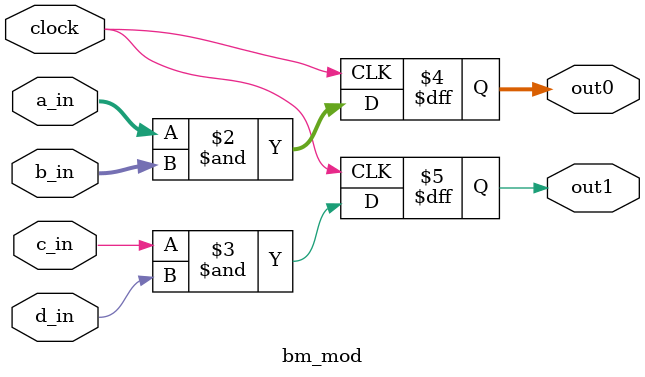
<source format=v>
`define BITS 32         // Bit width of the operands

module 	bm_mod(clock, 
		a_in, 
		b_in,
		c_in, 
		d_in, 
		out0,
		out1);

// SIGNAL DECLARATIONS
input	clock;

input [`BITS-1:0] a_in;
input [`BITS-1:0] b_in;
input c_in;
input d_in;

output [`BITS-1:0] out0;
output  out1;

reg [`BITS-1:0]    out0;
reg     out1;

always @(posedge clock)
begin
	out0 <= a_in & b_in;
	out1 <= c_in & d_in;
end

endmodule

</source>
